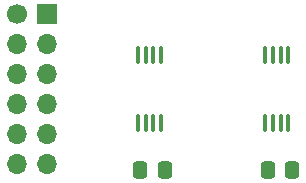
<source format=gbs>
G04 #@! TF.GenerationSoftware,KiCad,Pcbnew,(6.0.1)*
G04 #@! TF.CreationDate,2024-05-17T17:22:04+02:00*
G04 #@! TF.ProjectId,pmod_memory_module,706d6f64-5f6d-4656-9d6f-72795f6d6f64,rev?*
G04 #@! TF.SameCoordinates,Original*
G04 #@! TF.FileFunction,Soldermask,Bot*
G04 #@! TF.FilePolarity,Negative*
%FSLAX46Y46*%
G04 Gerber Fmt 4.6, Leading zero omitted, Abs format (unit mm)*
G04 Created by KiCad (PCBNEW (6.0.1)) date 2024-05-17 17:22:04*
%MOMM*%
%LPD*%
G01*
G04 APERTURE LIST*
G04 Aperture macros list*
%AMRoundRect*
0 Rectangle with rounded corners*
0 $1 Rounding radius*
0 $2 $3 $4 $5 $6 $7 $8 $9 X,Y pos of 4 corners*
0 Add a 4 corners polygon primitive as box body*
4,1,4,$2,$3,$4,$5,$6,$7,$8,$9,$2,$3,0*
0 Add four circle primitives for the rounded corners*
1,1,$1+$1,$2,$3*
1,1,$1+$1,$4,$5*
1,1,$1+$1,$6,$7*
1,1,$1+$1,$8,$9*
0 Add four rect primitives between the rounded corners*
20,1,$1+$1,$2,$3,$4,$5,0*
20,1,$1+$1,$4,$5,$6,$7,0*
20,1,$1+$1,$6,$7,$8,$9,0*
20,1,$1+$1,$8,$9,$2,$3,0*%
G04 Aperture macros list end*
%ADD10RoundRect,0.250000X-0.337500X-0.475000X0.337500X-0.475000X0.337500X0.475000X-0.337500X0.475000X0*%
%ADD11RoundRect,0.100000X-0.100000X0.637500X-0.100000X-0.637500X0.100000X-0.637500X0.100000X0.637500X0*%
%ADD12R,1.700000X1.700000*%
%ADD13O,1.700000X1.700000*%
%ADD14C,1.700000*%
G04 APERTURE END LIST*
D10*
X42269500Y-34798000D03*
X44344500Y-34798000D03*
X31474500Y-34798000D03*
X33549500Y-34798000D03*
D11*
X42078000Y-25077500D03*
X42728000Y-25077500D03*
X43378000Y-25077500D03*
X44028000Y-25077500D03*
X44028000Y-30802500D03*
X43378000Y-30802500D03*
X42728000Y-30802500D03*
X42078000Y-30802500D03*
X31283000Y-25061500D03*
X31933000Y-25061500D03*
X32583000Y-25061500D03*
X33233000Y-25061500D03*
X33233000Y-30786500D03*
X32583000Y-30786500D03*
X31933000Y-30786500D03*
X31283000Y-30786500D03*
D12*
X23618000Y-21590000D03*
D13*
X23618000Y-24130000D03*
X23618000Y-26670000D03*
X23618000Y-29210000D03*
X23618000Y-31750000D03*
X23618000Y-34290000D03*
D14*
X21078000Y-21590000D03*
D13*
X21078000Y-24130000D03*
X21078000Y-26670000D03*
X21078000Y-29210000D03*
X21078000Y-31750000D03*
X21078000Y-34290000D03*
M02*

</source>
